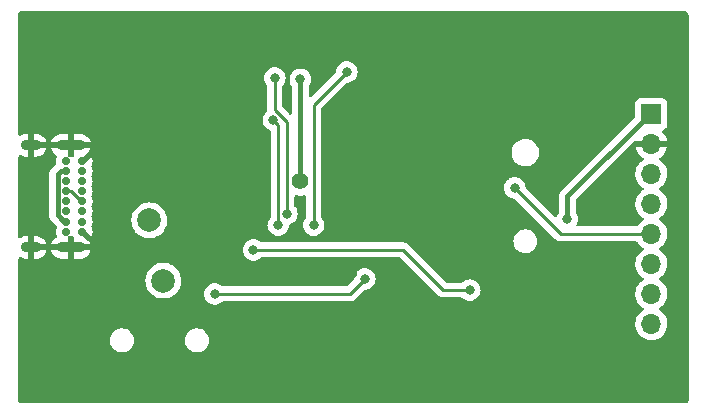
<source format=gbr>
%TF.GenerationSoftware,KiCad,Pcbnew,6.0.2+dfsg-1*%
%TF.CreationDate,2024-09-23T07:34:14+01:00*%
%TF.ProjectId,Circuit,43697263-7569-4742-9e6b-696361645f70,rev?*%
%TF.SameCoordinates,Original*%
%TF.FileFunction,Copper,L2,Bot*%
%TF.FilePolarity,Positive*%
%FSLAX46Y46*%
G04 Gerber Fmt 4.6, Leading zero omitted, Abs format (unit mm)*
G04 Created by KiCad (PCBNEW 6.0.2+dfsg-1) date 2024-09-23 07:34:14*
%MOMM*%
%LPD*%
G01*
G04 APERTURE LIST*
%TA.AperFunction,ComponentPad*%
%ADD10C,0.700000*%
%TD*%
%TA.AperFunction,ComponentPad*%
%ADD11O,2.400000X0.900000*%
%TD*%
%TA.AperFunction,ComponentPad*%
%ADD12O,1.700000X0.900000*%
%TD*%
%TA.AperFunction,ComponentPad*%
%ADD13C,2.010000*%
%TD*%
%TA.AperFunction,ComponentPad*%
%ADD14R,1.700000X1.700000*%
%TD*%
%TA.AperFunction,ComponentPad*%
%ADD15O,1.700000X1.700000*%
%TD*%
%TA.AperFunction,ViaPad*%
%ADD16C,0.800000*%
%TD*%
%TA.AperFunction,ViaPad*%
%ADD17C,1.400000*%
%TD*%
%TA.AperFunction,Conductor*%
%ADD18C,0.400000*%
%TD*%
%TA.AperFunction,Conductor*%
%ADD19C,0.250000*%
%TD*%
G04 APERTURE END LIST*
D10*
%TO.P,P1,A1,GND*%
%TO.N,LCD_GND*%
X76415000Y-68145000D03*
%TO.P,P1,A4,VBUS*%
%TO.N,+5V*%
X76415000Y-68995000D03*
%TO.P,P1,A5,CC1*%
%TO.N,Net-(P1-PadA5)*%
X76415000Y-69845000D03*
%TO.P,P1,A6,D+*%
%TO.N,Net-(P1-PadA6)*%
X76415000Y-70695000D03*
%TO.P,P1,A7,D-*%
%TO.N,Net-(P1-PadA7)*%
X76415000Y-71545000D03*
%TO.P,P1,A8,SBU1*%
%TO.N,unconnected-(P1-PadA8)*%
X76415000Y-72395000D03*
%TO.P,P1,A9,VBUS*%
%TO.N,+5V*%
X76415000Y-73245000D03*
%TO.P,P1,A12,GND*%
%TO.N,LCD_GND*%
X76415000Y-74095000D03*
%TO.P,P1,B1,GND*%
X75065000Y-74095000D03*
%TO.P,P1,B4,VBUS*%
%TO.N,+5V*%
X75065000Y-73245000D03*
%TO.P,P1,B5,CC2*%
%TO.N,Net-(P1-PadB5)*%
X75065000Y-72395000D03*
%TO.P,P1,B6,D+*%
%TO.N,Net-(P1-PadA6)*%
X75065000Y-71545000D03*
%TO.P,P1,B7,D-*%
%TO.N,Net-(P1-PadA7)*%
X75065000Y-70695000D03*
%TO.P,P1,B8,SBU2*%
%TO.N,unconnected-(P1-PadB8)*%
X75065000Y-69845000D03*
%TO.P,P1,B9,VBUS*%
%TO.N,+5V*%
X75065000Y-68995000D03*
%TO.P,P1,B12,GND*%
%TO.N,LCD_GND*%
X75065000Y-68145000D03*
D11*
%TO.P,P1,S1,SHIELD*%
X75435000Y-66795000D03*
X75435000Y-75445000D03*
D12*
X72055000Y-75445000D03*
X72055000Y-66795000D03*
%TD*%
D13*
%TO.P,F1,1*%
%TO.N,/3V3 UNFUSED*%
X82077000Y-73142000D03*
%TO.P,F1,2*%
%TO.N,LCD_VCC*%
X83277000Y-78242000D03*
%TD*%
D14*
%TO.P,J1,1,Pin_1*%
%TO.N,LCD_VCC*%
X124587000Y-64135000D03*
D15*
%TO.P,J1,2,Pin_2*%
%TO.N,LCD_GND*%
X124587000Y-66675000D03*
%TO.P,J1,3,Pin_3*%
%TO.N,SPI_CS*%
X124587000Y-69215000D03*
%TO.P,J1,4,Pin_4*%
%TO.N,LCD_RST*%
X124587000Y-71755000D03*
%TO.P,J1,5,Pin_5*%
%TO.N,SPI_DC*%
X124587000Y-74295000D03*
%TO.P,J1,6,Pin_6*%
%TO.N,SPI_MOSI*%
X124587000Y-76835000D03*
%TO.P,J1,7,Pin_7*%
%TO.N,SPI_SCK*%
X124587000Y-79375000D03*
%TO.P,J1,8,Pin_8*%
%TO.N,LCD_LED*%
X124587000Y-81915000D03*
%TD*%
D16*
%TO.N,+1V5*%
X109220000Y-79045000D03*
X90894511Y-75654511D03*
D17*
%TO.N,LCD_GND*%
X88900000Y-76200000D03*
D16*
X81661000Y-83312000D03*
X78740000Y-71120000D03*
X78740000Y-74930000D03*
D17*
X98970569Y-77559431D03*
D16*
X91000000Y-80400000D03*
%TO.N,LCD_VCC*%
X117475000Y-73025000D03*
X94869000Y-61214000D03*
D17*
X94869000Y-69850000D03*
D16*
%TO.N,OSC 32 A*%
X92583000Y-64643000D03*
X93001948Y-73545554D03*
%TO.N,OSC 32 B*%
X93726578Y-72593957D03*
X92710000Y-61087000D03*
%TO.N,SPI_DC*%
X113030000Y-70395500D03*
%TO.N,NRST*%
X100330000Y-78105000D03*
X87630000Y-79375000D03*
%TO.N,OSC 48M A*%
X95999446Y-73545554D03*
X98806000Y-60579000D03*
%TD*%
D18*
%TO.N,LCD_VCC*%
X94869000Y-61214000D02*
X94869000Y-69596000D01*
X94869000Y-69596000D02*
X94742000Y-69723000D01*
D19*
%TO.N,+1V5*%
X109220000Y-79045000D02*
X106985000Y-79045000D01*
X103594511Y-75654511D02*
X90894511Y-75654511D01*
X106985000Y-79045000D02*
X103594511Y-75654511D01*
D18*
%TO.N,+5V*%
X74829511Y-73245000D02*
X75065000Y-73245000D01*
X74315489Y-69249537D02*
X74315489Y-72730978D01*
X74315489Y-72730978D02*
X74829511Y-73245000D01*
X74570026Y-68995000D02*
X74315489Y-69249537D01*
X75065000Y-68995000D02*
X74570026Y-68995000D01*
D19*
%TO.N,Net-(P1-PadA7)*%
X75461096Y-70695000D02*
X76311096Y-71545000D01*
X75065000Y-70695000D02*
X75461096Y-70695000D01*
X76311096Y-71545000D02*
X76415000Y-71545000D01*
D18*
%TO.N,LCD_VCC*%
X117475000Y-73025000D02*
X117475000Y-71120000D01*
X117475000Y-71120000D02*
X124460000Y-64135000D01*
D19*
%TO.N,OSC 32 A*%
X93001948Y-65061948D02*
X92583000Y-64643000D01*
X93001948Y-73545554D02*
X93001948Y-65061948D01*
%TO.N,OSC 32 B*%
X93726578Y-64832674D02*
X93726578Y-72593957D01*
X92710000Y-63816096D02*
X93726578Y-64832674D01*
X92710000Y-61087000D02*
X92710000Y-63816096D01*
%TO.N,SPI_DC*%
X113030000Y-70395500D02*
X116929500Y-74295000D01*
X116929500Y-74295000D02*
X124460000Y-74295000D01*
%TO.N,NRST*%
X99060000Y-79375000D02*
X87630000Y-79375000D01*
X100330000Y-78105000D02*
X99060000Y-79375000D01*
%TO.N,OSC 48M A*%
X98806000Y-60579000D02*
X95999446Y-63385554D01*
X95999446Y-63385554D02*
X95999446Y-73545554D01*
%TD*%
%TA.AperFunction,Conductor*%
%TO.N,LCD_GND*%
G36*
X127494378Y-55455502D02*
G01*
X127506191Y-55464101D01*
X127586517Y-55530023D01*
X127603979Y-55547485D01*
X127712601Y-55679842D01*
X127726319Y-55700372D01*
X127747122Y-55739292D01*
X127762000Y-55798688D01*
X127762000Y-88346312D01*
X127747123Y-88405706D01*
X127726320Y-88444626D01*
X127712597Y-88465163D01*
X127654106Y-88536434D01*
X127595429Y-88576403D01*
X127556707Y-88582500D01*
X71119000Y-88582500D01*
X71050879Y-88562498D01*
X71004386Y-88508842D01*
X70993000Y-88456500D01*
X70993000Y-83304855D01*
X78732597Y-83304855D01*
X78750700Y-83503771D01*
X78752438Y-83509677D01*
X78752439Y-83509681D01*
X78794745Y-83653424D01*
X78807094Y-83695383D01*
X78899632Y-83872392D01*
X79024789Y-84028055D01*
X79177797Y-84156444D01*
X79183189Y-84159408D01*
X79183193Y-84159411D01*
X79329465Y-84239825D01*
X79352829Y-84252669D01*
X79358696Y-84254530D01*
X79358698Y-84254531D01*
X79375898Y-84259987D01*
X79543217Y-84313064D01*
X79698667Y-84330500D01*
X79806260Y-84330500D01*
X79954785Y-84315937D01*
X80145998Y-84258206D01*
X80234177Y-84211320D01*
X80316914Y-84167329D01*
X80316917Y-84167327D01*
X80322356Y-84164435D01*
X80327126Y-84160544D01*
X80327130Y-84160542D01*
X80472367Y-84042090D01*
X80472370Y-84042087D01*
X80477142Y-84038195D01*
X80489506Y-84023250D01*
X80600531Y-83889044D01*
X80600533Y-83889040D01*
X80604460Y-83884294D01*
X80699461Y-83708594D01*
X80758525Y-83517789D01*
X80779403Y-83319145D01*
X80778102Y-83304855D01*
X85082597Y-83304855D01*
X85100700Y-83503771D01*
X85102438Y-83509677D01*
X85102439Y-83509681D01*
X85144745Y-83653424D01*
X85157094Y-83695383D01*
X85249632Y-83872392D01*
X85374789Y-84028055D01*
X85527797Y-84156444D01*
X85533189Y-84159408D01*
X85533193Y-84159411D01*
X85679465Y-84239825D01*
X85702829Y-84252669D01*
X85708696Y-84254530D01*
X85708698Y-84254531D01*
X85725898Y-84259987D01*
X85893217Y-84313064D01*
X86048667Y-84330500D01*
X86156260Y-84330500D01*
X86304785Y-84315937D01*
X86495998Y-84258206D01*
X86584177Y-84211320D01*
X86666914Y-84167329D01*
X86666917Y-84167327D01*
X86672356Y-84164435D01*
X86677126Y-84160544D01*
X86677130Y-84160542D01*
X86822367Y-84042090D01*
X86822370Y-84042087D01*
X86827142Y-84038195D01*
X86839506Y-84023250D01*
X86950531Y-83889044D01*
X86950533Y-83889040D01*
X86954460Y-83884294D01*
X87049461Y-83708594D01*
X87108525Y-83517789D01*
X87129403Y-83319145D01*
X87111300Y-83120229D01*
X87108978Y-83112337D01*
X87056645Y-82934526D01*
X87054906Y-82928617D01*
X86962368Y-82751608D01*
X86837211Y-82595945D01*
X86684203Y-82467556D01*
X86678811Y-82464592D01*
X86678807Y-82464589D01*
X86514566Y-82374297D01*
X86514567Y-82374297D01*
X86509171Y-82371331D01*
X86503304Y-82369470D01*
X86503302Y-82369469D01*
X86413977Y-82341133D01*
X86318783Y-82310936D01*
X86163333Y-82293500D01*
X86055740Y-82293500D01*
X85907215Y-82308063D01*
X85716002Y-82365794D01*
X85629370Y-82411857D01*
X85545086Y-82456671D01*
X85545083Y-82456673D01*
X85539644Y-82459565D01*
X85534874Y-82463456D01*
X85534870Y-82463458D01*
X85389633Y-82581910D01*
X85389630Y-82581913D01*
X85384858Y-82585805D01*
X85380931Y-82590552D01*
X85380929Y-82590554D01*
X85261469Y-82734956D01*
X85261467Y-82734960D01*
X85257540Y-82739706D01*
X85162539Y-82915406D01*
X85103475Y-83106211D01*
X85102831Y-83112336D01*
X85102831Y-83112337D01*
X85085551Y-83276753D01*
X85082597Y-83304855D01*
X80778102Y-83304855D01*
X80761300Y-83120229D01*
X80758978Y-83112337D01*
X80706645Y-82934526D01*
X80704906Y-82928617D01*
X80612368Y-82751608D01*
X80487211Y-82595945D01*
X80334203Y-82467556D01*
X80328811Y-82464592D01*
X80328807Y-82464589D01*
X80164566Y-82374297D01*
X80164567Y-82374297D01*
X80159171Y-82371331D01*
X80153304Y-82369470D01*
X80153302Y-82369469D01*
X80063977Y-82341133D01*
X79968783Y-82310936D01*
X79813333Y-82293500D01*
X79705740Y-82293500D01*
X79557215Y-82308063D01*
X79366002Y-82365794D01*
X79279370Y-82411857D01*
X79195086Y-82456671D01*
X79195083Y-82456673D01*
X79189644Y-82459565D01*
X79184874Y-82463456D01*
X79184870Y-82463458D01*
X79039633Y-82581910D01*
X79039630Y-82581913D01*
X79034858Y-82585805D01*
X79030931Y-82590552D01*
X79030929Y-82590554D01*
X78911469Y-82734956D01*
X78911467Y-82734960D01*
X78907540Y-82739706D01*
X78812539Y-82915406D01*
X78753475Y-83106211D01*
X78752831Y-83112336D01*
X78752831Y-83112337D01*
X78735551Y-83276753D01*
X78732597Y-83304855D01*
X70993000Y-83304855D01*
X70993000Y-78242000D01*
X81758820Y-78242000D01*
X81777511Y-78479496D01*
X81778665Y-78484303D01*
X81778666Y-78484309D01*
X81801927Y-78581197D01*
X81833125Y-78711143D01*
X81835018Y-78715714D01*
X81835019Y-78715716D01*
X81913136Y-78904305D01*
X81924292Y-78931239D01*
X82048767Y-79134364D01*
X82203485Y-79315515D01*
X82384636Y-79470233D01*
X82587761Y-79594708D01*
X82592331Y-79596601D01*
X82592335Y-79596603D01*
X82799646Y-79682474D01*
X82807857Y-79685875D01*
X82860452Y-79698502D01*
X83034691Y-79740334D01*
X83034697Y-79740335D01*
X83039504Y-79741489D01*
X83277000Y-79760180D01*
X83514496Y-79741489D01*
X83519303Y-79740335D01*
X83519309Y-79740334D01*
X83693548Y-79698502D01*
X83746143Y-79685875D01*
X83754354Y-79682474D01*
X83961665Y-79596603D01*
X83961669Y-79596601D01*
X83966239Y-79594708D01*
X84169364Y-79470233D01*
X84280867Y-79375000D01*
X86716496Y-79375000D01*
X86717186Y-79381565D01*
X86732116Y-79523612D01*
X86736458Y-79564928D01*
X86795473Y-79746556D01*
X86798776Y-79752278D01*
X86798777Y-79752279D01*
X86819069Y-79787425D01*
X86890960Y-79911944D01*
X86895378Y-79916851D01*
X86895379Y-79916852D01*
X86977452Y-80008003D01*
X87018747Y-80053866D01*
X87173248Y-80166118D01*
X87179276Y-80168802D01*
X87179278Y-80168803D01*
X87204625Y-80180088D01*
X87347712Y-80243794D01*
X87434009Y-80262137D01*
X87528056Y-80282128D01*
X87528061Y-80282128D01*
X87534513Y-80283500D01*
X87725487Y-80283500D01*
X87731939Y-80282128D01*
X87731944Y-80282128D01*
X87825991Y-80262137D01*
X87912288Y-80243794D01*
X88055375Y-80180088D01*
X88080722Y-80168803D01*
X88080724Y-80168802D01*
X88086752Y-80166118D01*
X88241253Y-80053866D01*
X88245668Y-80048963D01*
X88250580Y-80044540D01*
X88251705Y-80045789D01*
X88305014Y-80012949D01*
X88338200Y-80008500D01*
X98981233Y-80008500D01*
X98992416Y-80009027D01*
X98999909Y-80010702D01*
X99007835Y-80010453D01*
X99007836Y-80010453D01*
X99067986Y-80008562D01*
X99071945Y-80008500D01*
X99099856Y-80008500D01*
X99103791Y-80008003D01*
X99103856Y-80007995D01*
X99115693Y-80007062D01*
X99147951Y-80006048D01*
X99151970Y-80005922D01*
X99159889Y-80005673D01*
X99179343Y-80000021D01*
X99198700Y-79996013D01*
X99210930Y-79994468D01*
X99210931Y-79994468D01*
X99218797Y-79993474D01*
X99226168Y-79990555D01*
X99226170Y-79990555D01*
X99259912Y-79977196D01*
X99271142Y-79973351D01*
X99305983Y-79963229D01*
X99305984Y-79963229D01*
X99313593Y-79961018D01*
X99320412Y-79956985D01*
X99320417Y-79956983D01*
X99331028Y-79950707D01*
X99348776Y-79942012D01*
X99367617Y-79934552D01*
X99403387Y-79908564D01*
X99413307Y-79902048D01*
X99444535Y-79883580D01*
X99444538Y-79883578D01*
X99451362Y-79879542D01*
X99465683Y-79865221D01*
X99480717Y-79852380D01*
X99490694Y-79845131D01*
X99497107Y-79840472D01*
X99525298Y-79806395D01*
X99533288Y-79797616D01*
X100280499Y-79050405D01*
X100342811Y-79016379D01*
X100369594Y-79013500D01*
X100425487Y-79013500D01*
X100431939Y-79012128D01*
X100431944Y-79012128D01*
X100518887Y-78993647D01*
X100612288Y-78973794D01*
X100686574Y-78940720D01*
X100780722Y-78898803D01*
X100780724Y-78898802D01*
X100786752Y-78896118D01*
X100941253Y-78783866D01*
X100945675Y-78778955D01*
X101064621Y-78646852D01*
X101064622Y-78646851D01*
X101069040Y-78641944D01*
X101143039Y-78513774D01*
X101161223Y-78482279D01*
X101161224Y-78482278D01*
X101164527Y-78476556D01*
X101223542Y-78294928D01*
X101229620Y-78237104D01*
X101242814Y-78111565D01*
X101243504Y-78105000D01*
X101223542Y-77915072D01*
X101164527Y-77733444D01*
X101069040Y-77568056D01*
X101055269Y-77552761D01*
X100945675Y-77431045D01*
X100945674Y-77431044D01*
X100941253Y-77426134D01*
X100818311Y-77336811D01*
X100792094Y-77317763D01*
X100792093Y-77317762D01*
X100786752Y-77313882D01*
X100780724Y-77311198D01*
X100780722Y-77311197D01*
X100618319Y-77238891D01*
X100618318Y-77238891D01*
X100612288Y-77236206D01*
X100518887Y-77216353D01*
X100431944Y-77197872D01*
X100431939Y-77197872D01*
X100425487Y-77196500D01*
X100234513Y-77196500D01*
X100228061Y-77197872D01*
X100228056Y-77197872D01*
X100141113Y-77216353D01*
X100047712Y-77236206D01*
X100041682Y-77238891D01*
X100041681Y-77238891D01*
X99879278Y-77311197D01*
X99879276Y-77311198D01*
X99873248Y-77313882D01*
X99867907Y-77317762D01*
X99867906Y-77317763D01*
X99841689Y-77336811D01*
X99718747Y-77426134D01*
X99714326Y-77431044D01*
X99714325Y-77431045D01*
X99604732Y-77552761D01*
X99590960Y-77568056D01*
X99495473Y-77733444D01*
X99436458Y-77915072D01*
X99424325Y-78030516D01*
X99419093Y-78080292D01*
X99392080Y-78145949D01*
X99382878Y-78156217D01*
X98834500Y-78704595D01*
X98772188Y-78738621D01*
X98745405Y-78741500D01*
X88338200Y-78741500D01*
X88270079Y-78721498D01*
X88250853Y-78705157D01*
X88250580Y-78705460D01*
X88245668Y-78701037D01*
X88241253Y-78696134D01*
X88202146Y-78667721D01*
X88092094Y-78587763D01*
X88092093Y-78587762D01*
X88086752Y-78583882D01*
X88080724Y-78581198D01*
X88080722Y-78581197D01*
X87918319Y-78508891D01*
X87918318Y-78508891D01*
X87912288Y-78506206D01*
X87818888Y-78486353D01*
X87731944Y-78467872D01*
X87731939Y-78467872D01*
X87725487Y-78466500D01*
X87534513Y-78466500D01*
X87528061Y-78467872D01*
X87528056Y-78467872D01*
X87441112Y-78486353D01*
X87347712Y-78506206D01*
X87341682Y-78508891D01*
X87341681Y-78508891D01*
X87179278Y-78581197D01*
X87179276Y-78581198D01*
X87173248Y-78583882D01*
X87018747Y-78696134D01*
X87014326Y-78701044D01*
X87014325Y-78701045D01*
X86936257Y-78787749D01*
X86890960Y-78838056D01*
X86795473Y-79003444D01*
X86736458Y-79185072D01*
X86716496Y-79375000D01*
X84280867Y-79375000D01*
X84350515Y-79315515D01*
X84505233Y-79134364D01*
X84629708Y-78931239D01*
X84640865Y-78904305D01*
X84718981Y-78715716D01*
X84718982Y-78715714D01*
X84720875Y-78711143D01*
X84752073Y-78581197D01*
X84775334Y-78484309D01*
X84775335Y-78484303D01*
X84776489Y-78479496D01*
X84795180Y-78242000D01*
X84776489Y-78004504D01*
X84775335Y-77999697D01*
X84775334Y-77999691D01*
X84722030Y-77777669D01*
X84720875Y-77772857D01*
X84696617Y-77714292D01*
X84631603Y-77557335D01*
X84631601Y-77557331D01*
X84629708Y-77552761D01*
X84505233Y-77349636D01*
X84350515Y-77168485D01*
X84169364Y-77013767D01*
X83966239Y-76889292D01*
X83961669Y-76887399D01*
X83961665Y-76887397D01*
X83750716Y-76800019D01*
X83750714Y-76800018D01*
X83746143Y-76798125D01*
X83664584Y-76778544D01*
X83519309Y-76743666D01*
X83519303Y-76743665D01*
X83514496Y-76742511D01*
X83277000Y-76723820D01*
X83039504Y-76742511D01*
X83034697Y-76743665D01*
X83034691Y-76743666D01*
X82889416Y-76778544D01*
X82807857Y-76798125D01*
X82803286Y-76800018D01*
X82803284Y-76800019D01*
X82592335Y-76887397D01*
X82592331Y-76887399D01*
X82587761Y-76889292D01*
X82384636Y-77013767D01*
X82203485Y-77168485D01*
X82048767Y-77349636D01*
X81924292Y-77552761D01*
X81922399Y-77557331D01*
X81922397Y-77557335D01*
X81857383Y-77714292D01*
X81833125Y-77772857D01*
X81831970Y-77777669D01*
X81778666Y-77999691D01*
X81778665Y-77999697D01*
X81777511Y-78004504D01*
X81758820Y-78242000D01*
X70993000Y-78242000D01*
X70993000Y-76392166D01*
X71013002Y-76324045D01*
X71066658Y-76277552D01*
X71136932Y-76267448D01*
X71180475Y-76282180D01*
X71191083Y-76288109D01*
X71357980Y-76360332D01*
X71370083Y-76364171D01*
X71549600Y-76401675D01*
X71559152Y-76402915D01*
X71562384Y-76403000D01*
X71782885Y-76403000D01*
X71798124Y-76398525D01*
X71799329Y-76397135D01*
X71801000Y-76389452D01*
X71801000Y-76384885D01*
X72309000Y-76384885D01*
X72313475Y-76400124D01*
X72314865Y-76401329D01*
X72322548Y-76403000D01*
X72500447Y-76403000D01*
X72506822Y-76402677D01*
X72642277Y-76388918D01*
X72654717Y-76386364D01*
X72828244Y-76331984D01*
X72839932Y-76326975D01*
X72998979Y-76238813D01*
X73009412Y-76231562D01*
X73147491Y-76113215D01*
X73156244Y-76104024D01*
X73267711Y-75960320D01*
X73274435Y-75949560D01*
X73354732Y-75786375D01*
X73359155Y-75774481D01*
X73374251Y-75716530D01*
X73374021Y-75709075D01*
X73761363Y-75709075D01*
X73817310Y-75861136D01*
X73822877Y-75872549D01*
X73918708Y-76027108D01*
X73926460Y-76037174D01*
X74051408Y-76169303D01*
X74061026Y-76177605D01*
X74209987Y-76281908D01*
X74221081Y-76288108D01*
X74387980Y-76360332D01*
X74400083Y-76364171D01*
X74579600Y-76401675D01*
X74589152Y-76402915D01*
X74592384Y-76403000D01*
X75162885Y-76403000D01*
X75178124Y-76398525D01*
X75179329Y-76397135D01*
X75181000Y-76389452D01*
X75181000Y-76384885D01*
X75689000Y-76384885D01*
X75693475Y-76400124D01*
X75694865Y-76401329D01*
X75702548Y-76403000D01*
X76230447Y-76403000D01*
X76236822Y-76402677D01*
X76372277Y-76388918D01*
X76384717Y-76386364D01*
X76558244Y-76331984D01*
X76569932Y-76326975D01*
X76728979Y-76238813D01*
X76739412Y-76231562D01*
X76877491Y-76113215D01*
X76886244Y-76104024D01*
X76997711Y-75960320D01*
X77004435Y-75949560D01*
X77084732Y-75786375D01*
X77089155Y-75774481D01*
X77104251Y-75716530D01*
X77103817Y-75702436D01*
X77095636Y-75699000D01*
X75707115Y-75699000D01*
X75691876Y-75703475D01*
X75690671Y-75704865D01*
X75689000Y-75712548D01*
X75689000Y-76384885D01*
X75181000Y-76384885D01*
X75181000Y-75717115D01*
X75176525Y-75701876D01*
X75175135Y-75700671D01*
X75167452Y-75699000D01*
X73775771Y-75699000D01*
X73762240Y-75702973D01*
X73761363Y-75709075D01*
X73374021Y-75709075D01*
X73373817Y-75702436D01*
X73365636Y-75699000D01*
X72327115Y-75699000D01*
X72311876Y-75703475D01*
X72310671Y-75704865D01*
X72309000Y-75712548D01*
X72309000Y-76384885D01*
X71801000Y-76384885D01*
X71801000Y-75654511D01*
X89981007Y-75654511D01*
X89981697Y-75661076D01*
X89997942Y-75815635D01*
X90000969Y-75844439D01*
X90059984Y-76026067D01*
X90063287Y-76031789D01*
X90063288Y-76031790D01*
X90097197Y-76090521D01*
X90155471Y-76191455D01*
X90159889Y-76196362D01*
X90159890Y-76196363D01*
X90278836Y-76328466D01*
X90283258Y-76333377D01*
X90437759Y-76445629D01*
X90443787Y-76448313D01*
X90443789Y-76448314D01*
X90606192Y-76520620D01*
X90612223Y-76523305D01*
X90705624Y-76543158D01*
X90792567Y-76561639D01*
X90792572Y-76561639D01*
X90799024Y-76563011D01*
X90989998Y-76563011D01*
X90996450Y-76561639D01*
X90996455Y-76561639D01*
X91083398Y-76543158D01*
X91176799Y-76523305D01*
X91182830Y-76520620D01*
X91345233Y-76448314D01*
X91345235Y-76448313D01*
X91351263Y-76445629D01*
X91412237Y-76401329D01*
X91484182Y-76349057D01*
X91505764Y-76333377D01*
X91510179Y-76328474D01*
X91515091Y-76324051D01*
X91516216Y-76325300D01*
X91569525Y-76292460D01*
X91602711Y-76288011D01*
X103279917Y-76288011D01*
X103348038Y-76308013D01*
X103369012Y-76324916D01*
X106481343Y-79437247D01*
X106488887Y-79445537D01*
X106493000Y-79452018D01*
X106498777Y-79457443D01*
X106542667Y-79498658D01*
X106545509Y-79501413D01*
X106565231Y-79521135D01*
X106568355Y-79523558D01*
X106568359Y-79523562D01*
X106568424Y-79523612D01*
X106577445Y-79531317D01*
X106609679Y-79561586D01*
X106616627Y-79565405D01*
X106616629Y-79565407D01*
X106627432Y-79571346D01*
X106643959Y-79582202D01*
X106653698Y-79589757D01*
X106653700Y-79589758D01*
X106659960Y-79594614D01*
X106700540Y-79612174D01*
X106711188Y-79617391D01*
X106749940Y-79638695D01*
X106757616Y-79640666D01*
X106757619Y-79640667D01*
X106769562Y-79643733D01*
X106788267Y-79650137D01*
X106806855Y-79658181D01*
X106814678Y-79659420D01*
X106814688Y-79659423D01*
X106850524Y-79665099D01*
X106862144Y-79667505D01*
X106897289Y-79676528D01*
X106904970Y-79678500D01*
X106925224Y-79678500D01*
X106944934Y-79680051D01*
X106964943Y-79683220D01*
X106972835Y-79682474D01*
X107008961Y-79679059D01*
X107020819Y-79678500D01*
X108511800Y-79678500D01*
X108579921Y-79698502D01*
X108599147Y-79714843D01*
X108599420Y-79714540D01*
X108604332Y-79718963D01*
X108608747Y-79723866D01*
X108630329Y-79739546D01*
X108716051Y-79801827D01*
X108763248Y-79836118D01*
X108769276Y-79838802D01*
X108769278Y-79838803D01*
X108911330Y-79902048D01*
X108937712Y-79913794D01*
X109031113Y-79933647D01*
X109118056Y-79952128D01*
X109118061Y-79952128D01*
X109124513Y-79953500D01*
X109315487Y-79953500D01*
X109321939Y-79952128D01*
X109321944Y-79952128D01*
X109408887Y-79933647D01*
X109502288Y-79913794D01*
X109528670Y-79902048D01*
X109670722Y-79838803D01*
X109670724Y-79838802D01*
X109676752Y-79836118D01*
X109831253Y-79723866D01*
X109867851Y-79683220D01*
X109954621Y-79586852D01*
X109954622Y-79586851D01*
X109959040Y-79581944D01*
X110034053Y-79452018D01*
X110051223Y-79422279D01*
X110051224Y-79422278D01*
X110054527Y-79416556D01*
X110113542Y-79234928D01*
X110123717Y-79138123D01*
X110132814Y-79051565D01*
X110133504Y-79045000D01*
X110122544Y-78940720D01*
X110114232Y-78861635D01*
X110114232Y-78861633D01*
X110113542Y-78855072D01*
X110054527Y-78673444D01*
X110036341Y-78641944D01*
X110001268Y-78581197D01*
X109959040Y-78508056D01*
X109933325Y-78479496D01*
X109835675Y-78371045D01*
X109835674Y-78371044D01*
X109831253Y-78366134D01*
X109676752Y-78253882D01*
X109670724Y-78251198D01*
X109670722Y-78251197D01*
X109508319Y-78178891D01*
X109508318Y-78178891D01*
X109502288Y-78176206D01*
X109408248Y-78156217D01*
X109321944Y-78137872D01*
X109321939Y-78137872D01*
X109315487Y-78136500D01*
X109124513Y-78136500D01*
X109118061Y-78137872D01*
X109118056Y-78137872D01*
X109031752Y-78156217D01*
X108937712Y-78176206D01*
X108931682Y-78178891D01*
X108931681Y-78178891D01*
X108769278Y-78251197D01*
X108769276Y-78251198D01*
X108763248Y-78253882D01*
X108608747Y-78366134D01*
X108604332Y-78371037D01*
X108599420Y-78375460D01*
X108598295Y-78374211D01*
X108544986Y-78407051D01*
X108511800Y-78411500D01*
X107299594Y-78411500D01*
X107231473Y-78391498D01*
X107210499Y-78374595D01*
X105667551Y-76831646D01*
X104098163Y-75262258D01*
X104090623Y-75253972D01*
X104086511Y-75247493D01*
X104036859Y-75200867D01*
X104034018Y-75198113D01*
X104014281Y-75178376D01*
X104011084Y-75175896D01*
X104002062Y-75168191D01*
X103975611Y-75143352D01*
X103969832Y-75137925D01*
X103962886Y-75134106D01*
X103962883Y-75134104D01*
X103952077Y-75128163D01*
X103935558Y-75117312D01*
X103929559Y-75112659D01*
X103919552Y-75104897D01*
X103912283Y-75101752D01*
X103912279Y-75101749D01*
X103878974Y-75087337D01*
X103868324Y-75082120D01*
X103829571Y-75060816D01*
X103809948Y-75055778D01*
X103791245Y-75049374D01*
X103779931Y-75044478D01*
X103779930Y-75044478D01*
X103772656Y-75041330D01*
X103764833Y-75040091D01*
X103764823Y-75040088D01*
X103728987Y-75034412D01*
X103717367Y-75032006D01*
X103682222Y-75022983D01*
X103682221Y-75022983D01*
X103674541Y-75021011D01*
X103654287Y-75021011D01*
X103634576Y-75019460D01*
X103622397Y-75017531D01*
X103614568Y-75016291D01*
X103606676Y-75017037D01*
X103570550Y-75020452D01*
X103558692Y-75021011D01*
X91602711Y-75021011D01*
X91534590Y-75001009D01*
X91515364Y-74984668D01*
X91515091Y-74984971D01*
X91510179Y-74980548D01*
X91505764Y-74975645D01*
X91447349Y-74933204D01*
X91419438Y-74912925D01*
X112905645Y-74912925D01*
X112907113Y-74929059D01*
X112922278Y-75095688D01*
X112923570Y-75109888D01*
X112925308Y-75115794D01*
X112925309Y-75115798D01*
X112942111Y-75172885D01*
X112979410Y-75299619D01*
X112982263Y-75305077D01*
X112982265Y-75305081D01*
X112996615Y-75332529D01*
X113071040Y-75474890D01*
X113194968Y-75629025D01*
X113199692Y-75632989D01*
X113206933Y-75639065D01*
X113346474Y-75756154D01*
X113351872Y-75759121D01*
X113351877Y-75759125D01*
X113489619Y-75834848D01*
X113519787Y-75851433D01*
X113525654Y-75853294D01*
X113525656Y-75853295D01*
X113702436Y-75909373D01*
X113708306Y-75911235D01*
X113862227Y-75928500D01*
X113968769Y-75928500D01*
X113971825Y-75928200D01*
X113971832Y-75928200D01*
X114030340Y-75922463D01*
X114115833Y-75914080D01*
X114121734Y-75912298D01*
X114121736Y-75912298D01*
X114195053Y-75890162D01*
X114305169Y-75856916D01*
X114479796Y-75764066D01*
X114586798Y-75676797D01*
X114628287Y-75642960D01*
X114628290Y-75642957D01*
X114633062Y-75639065D01*
X114683284Y-75578357D01*
X114755201Y-75491425D01*
X114755203Y-75491421D01*
X114759130Y-75486675D01*
X114853198Y-75312701D01*
X114911682Y-75123768D01*
X114913155Y-75109753D01*
X114931711Y-74933204D01*
X114931711Y-74933202D01*
X114932355Y-74927075D01*
X114923721Y-74832199D01*
X114914989Y-74736251D01*
X114914988Y-74736248D01*
X114914430Y-74730112D01*
X114907759Y-74707443D01*
X114876693Y-74601892D01*
X114858590Y-74540381D01*
X114852990Y-74529668D01*
X114769813Y-74370568D01*
X114766960Y-74365110D01*
X114643032Y-74210975D01*
X114636727Y-74205684D01*
X114612634Y-74185468D01*
X114491526Y-74083846D01*
X114486128Y-74080879D01*
X114486123Y-74080875D01*
X114323608Y-73991533D01*
X114323609Y-73991533D01*
X114318213Y-73988567D01*
X114312346Y-73986706D01*
X114312344Y-73986705D01*
X114135564Y-73930627D01*
X114135563Y-73930627D01*
X114129694Y-73928765D01*
X113975773Y-73911500D01*
X113869231Y-73911500D01*
X113866175Y-73911800D01*
X113866168Y-73911800D01*
X113812017Y-73917110D01*
X113722167Y-73925920D01*
X113716266Y-73927702D01*
X113716264Y-73927702D01*
X113642947Y-73949838D01*
X113532831Y-73983084D01*
X113358204Y-74075934D01*
X113293590Y-74128632D01*
X113209713Y-74197040D01*
X113209710Y-74197043D01*
X113204938Y-74200935D01*
X113201011Y-74205682D01*
X113201009Y-74205684D01*
X113082799Y-74348575D01*
X113082797Y-74348579D01*
X113078870Y-74353325D01*
X112984802Y-74527299D01*
X112926318Y-74716232D01*
X112925674Y-74722357D01*
X112925674Y-74722358D01*
X112908192Y-74888695D01*
X112905645Y-74912925D01*
X91419438Y-74912925D01*
X91356605Y-74867274D01*
X91356604Y-74867273D01*
X91351263Y-74863393D01*
X91345235Y-74860709D01*
X91345233Y-74860708D01*
X91182830Y-74788402D01*
X91182829Y-74788402D01*
X91176799Y-74785717D01*
X91083398Y-74765864D01*
X90996455Y-74747383D01*
X90996450Y-74747383D01*
X90989998Y-74746011D01*
X90799024Y-74746011D01*
X90792572Y-74747383D01*
X90792567Y-74747383D01*
X90705624Y-74765864D01*
X90612223Y-74785717D01*
X90606193Y-74788402D01*
X90606192Y-74788402D01*
X90443789Y-74860708D01*
X90443787Y-74860709D01*
X90437759Y-74863393D01*
X90283258Y-74975645D01*
X90278837Y-74980555D01*
X90278836Y-74980556D01*
X90169714Y-75101749D01*
X90155471Y-75117567D01*
X90059984Y-75282955D01*
X90000969Y-75464583D01*
X90000279Y-75471144D01*
X90000279Y-75471146D01*
X89989011Y-75578357D01*
X89981007Y-75654511D01*
X71801000Y-75654511D01*
X71801000Y-75172885D01*
X72309000Y-75172885D01*
X72313475Y-75188124D01*
X72314865Y-75189329D01*
X72322548Y-75191000D01*
X73364229Y-75191000D01*
X73377760Y-75187027D01*
X73378637Y-75180925D01*
X73322690Y-75028864D01*
X73317123Y-75017451D01*
X73221292Y-74862892D01*
X73213540Y-74852826D01*
X73088592Y-74720697D01*
X73078974Y-74712395D01*
X72930013Y-74608092D01*
X72918919Y-74601892D01*
X72752020Y-74529668D01*
X72739917Y-74525829D01*
X72560400Y-74488325D01*
X72550848Y-74487085D01*
X72547616Y-74487000D01*
X72327115Y-74487000D01*
X72311876Y-74491475D01*
X72310671Y-74492865D01*
X72309000Y-74500548D01*
X72309000Y-75172885D01*
X71801000Y-75172885D01*
X71801000Y-74505115D01*
X71796525Y-74489876D01*
X71795135Y-74488671D01*
X71787452Y-74487000D01*
X71609553Y-74487000D01*
X71603178Y-74487323D01*
X71467723Y-74501082D01*
X71455283Y-74503636D01*
X71281756Y-74558016D01*
X71270068Y-74563025D01*
X71180086Y-74612903D01*
X71110809Y-74628434D01*
X71044133Y-74604046D01*
X71001226Y-74547482D01*
X70993000Y-74502701D01*
X70993000Y-72768330D01*
X73602764Y-72768330D01*
X73604069Y-72775807D01*
X73604069Y-72775808D01*
X73613750Y-72831277D01*
X73614712Y-72837799D01*
X73622387Y-72901220D01*
X73625070Y-72908321D01*
X73625711Y-72910930D01*
X73630174Y-72927240D01*
X73630939Y-72929776D01*
X73632246Y-72937262D01*
X73644648Y-72965513D01*
X73657931Y-72995773D01*
X73660422Y-73001877D01*
X73683002Y-73061634D01*
X73687306Y-73067897D01*
X73688543Y-73070263D01*
X73696788Y-73085075D01*
X73698121Y-73087329D01*
X73701174Y-73094283D01*
X73737790Y-73142000D01*
X73740068Y-73144969D01*
X73743948Y-73150310D01*
X73775828Y-73196698D01*
X73775833Y-73196703D01*
X73780132Y-73202959D01*
X73785802Y-73208010D01*
X73785803Y-73208012D01*
X73826659Y-73244413D01*
X73831935Y-73249394D01*
X74234471Y-73651930D01*
X74268497Y-73714242D01*
X74265209Y-73779962D01*
X74223167Y-73909353D01*
X74220437Y-73922193D01*
X74202964Y-74088435D01*
X74202964Y-74101565D01*
X74220437Y-74267807D01*
X74223167Y-74280650D01*
X74274819Y-74439617D01*
X74276924Y-74444345D01*
X74286359Y-74514712D01*
X74256254Y-74579010D01*
X74222904Y-74605798D01*
X74141021Y-74651187D01*
X74130588Y-74658438D01*
X73992509Y-74776785D01*
X73983756Y-74785976D01*
X73872289Y-74929680D01*
X73865565Y-74940440D01*
X73785268Y-75103625D01*
X73780845Y-75115519D01*
X73765749Y-75173470D01*
X73766183Y-75187564D01*
X73774364Y-75191000D01*
X75162885Y-75191000D01*
X75178124Y-75186525D01*
X75179329Y-75185135D01*
X75181000Y-75177452D01*
X75181000Y-74573000D01*
X75201002Y-74504879D01*
X75254658Y-74458386D01*
X75307000Y-74447000D01*
X75563000Y-74447000D01*
X75631121Y-74467002D01*
X75677614Y-74520658D01*
X75689000Y-74573000D01*
X75689000Y-75172885D01*
X75693475Y-75188124D01*
X75694865Y-75189329D01*
X75702548Y-75191000D01*
X77094229Y-75191000D01*
X77107760Y-75187027D01*
X77108637Y-75180925D01*
X77052690Y-75028864D01*
X77047123Y-75017451D01*
X76951292Y-74862891D01*
X76946509Y-74856681D01*
X76934292Y-74849560D01*
X76919947Y-74850184D01*
X76874172Y-74862935D01*
X76806336Y-74841986D01*
X76786832Y-74826042D01*
X76279385Y-74318595D01*
X76245359Y-74256283D01*
X76250424Y-74185468D01*
X76292971Y-74128632D01*
X76359491Y-74103821D01*
X76368480Y-74103500D01*
X76505232Y-74103500D01*
X76511685Y-74102128D01*
X76511689Y-74102128D01*
X76667153Y-74069083D01*
X76737944Y-74074485D01*
X76782445Y-74103235D01*
X77161767Y-74482557D01*
X77174147Y-74489317D01*
X77181062Y-74484141D01*
X77199835Y-74451625D01*
X77205181Y-74439617D01*
X77256833Y-74280650D01*
X77259563Y-74267807D01*
X77277036Y-74101565D01*
X77277036Y-74088435D01*
X77259563Y-73922193D01*
X77256833Y-73909350D01*
X77205181Y-73750383D01*
X77199835Y-73738375D01*
X77197019Y-73733497D01*
X77180283Y-73664502D01*
X77197022Y-73607498D01*
X77200296Y-73601828D01*
X77203599Y-73596107D01*
X77243761Y-73472500D01*
X77257325Y-73430754D01*
X77257325Y-73430753D01*
X77259365Y-73424475D01*
X77262300Y-73396556D01*
X77277539Y-73251565D01*
X77278229Y-73245000D01*
X77268991Y-73157104D01*
X77267403Y-73142000D01*
X80558820Y-73142000D01*
X80577511Y-73379496D01*
X80578665Y-73384303D01*
X80578666Y-73384309D01*
X80610659Y-73517568D01*
X80633125Y-73611143D01*
X80635018Y-73615714D01*
X80635019Y-73615716D01*
X80717160Y-73814020D01*
X80724292Y-73831239D01*
X80848767Y-74034364D01*
X80906643Y-74102128D01*
X80995089Y-74205684D01*
X81003485Y-74215515D01*
X81184636Y-74370233D01*
X81387761Y-74494708D01*
X81392331Y-74496601D01*
X81392335Y-74496603D01*
X81603284Y-74583981D01*
X81607857Y-74585875D01*
X81674572Y-74601892D01*
X81834691Y-74640334D01*
X81834697Y-74640335D01*
X81839504Y-74641489D01*
X82077000Y-74660180D01*
X82314496Y-74641489D01*
X82319303Y-74640335D01*
X82319309Y-74640334D01*
X82479428Y-74601892D01*
X82546143Y-74585875D01*
X82550716Y-74583981D01*
X82761665Y-74496603D01*
X82761669Y-74496601D01*
X82766239Y-74494708D01*
X82969364Y-74370233D01*
X83150515Y-74215515D01*
X83158912Y-74205684D01*
X83247357Y-74102128D01*
X83305233Y-74034364D01*
X83429708Y-73831239D01*
X83436841Y-73814020D01*
X83518981Y-73615716D01*
X83518982Y-73615714D01*
X83520875Y-73611143D01*
X83543341Y-73517568D01*
X83575334Y-73384309D01*
X83575335Y-73384303D01*
X83576489Y-73379496D01*
X83595180Y-73142000D01*
X83576489Y-72904504D01*
X83575335Y-72899697D01*
X83575334Y-72899691D01*
X83528917Y-72706353D01*
X83520875Y-72672857D01*
X83512834Y-72653444D01*
X83431603Y-72457335D01*
X83431601Y-72457331D01*
X83429708Y-72452761D01*
X83305233Y-72249636D01*
X83150515Y-72068485D01*
X82969364Y-71913767D01*
X82766239Y-71789292D01*
X82761669Y-71787399D01*
X82761665Y-71787397D01*
X82550716Y-71700019D01*
X82550714Y-71700018D01*
X82546143Y-71698125D01*
X82464584Y-71678544D01*
X82319309Y-71643666D01*
X82319303Y-71643665D01*
X82314496Y-71642511D01*
X82077000Y-71623820D01*
X81839504Y-71642511D01*
X81834697Y-71643665D01*
X81834691Y-71643666D01*
X81689416Y-71678544D01*
X81607857Y-71698125D01*
X81603286Y-71700018D01*
X81603284Y-71700019D01*
X81392335Y-71787397D01*
X81392331Y-71787399D01*
X81387761Y-71789292D01*
X81184636Y-71913767D01*
X81003485Y-72068485D01*
X80848767Y-72249636D01*
X80724292Y-72452761D01*
X80722399Y-72457331D01*
X80722397Y-72457335D01*
X80641166Y-72653444D01*
X80633125Y-72672857D01*
X80625083Y-72706353D01*
X80578666Y-72899691D01*
X80578665Y-72899697D01*
X80577511Y-72904504D01*
X80558820Y-73142000D01*
X77267403Y-73142000D01*
X77260055Y-73072089D01*
X77260055Y-73072088D01*
X77259365Y-73065525D01*
X77248410Y-73031807D01*
X77205641Y-72900178D01*
X77203599Y-72893893D01*
X77197309Y-72882998D01*
X77180572Y-72814004D01*
X77197309Y-72757001D01*
X77203599Y-72746107D01*
X77238566Y-72638489D01*
X77257325Y-72580754D01*
X77257325Y-72580753D01*
X77259365Y-72574475D01*
X77272602Y-72448541D01*
X77277539Y-72401565D01*
X77278229Y-72395000D01*
X77259365Y-72215525D01*
X77242182Y-72162639D01*
X77205641Y-72050178D01*
X77203599Y-72043893D01*
X77197309Y-72032998D01*
X77180572Y-71964004D01*
X77197309Y-71907001D01*
X77203599Y-71896107D01*
X77259365Y-71724475D01*
X77261936Y-71700019D01*
X77277539Y-71551565D01*
X77278229Y-71545000D01*
X77259365Y-71365525D01*
X77203599Y-71193893D01*
X77197309Y-71182998D01*
X77180572Y-71114004D01*
X77197309Y-71057001D01*
X77203599Y-71046107D01*
X77242941Y-70925023D01*
X77257325Y-70880754D01*
X77257325Y-70880753D01*
X77259365Y-70874475D01*
X77262750Y-70842275D01*
X77277539Y-70701565D01*
X77278229Y-70695000D01*
X77273358Y-70648653D01*
X77260055Y-70522089D01*
X77260055Y-70522088D01*
X77259365Y-70515525D01*
X77203599Y-70343893D01*
X77197309Y-70332998D01*
X77180572Y-70264004D01*
X77197309Y-70207001D01*
X77198134Y-70205572D01*
X77203599Y-70196107D01*
X77259365Y-70024475D01*
X77260289Y-70015689D01*
X77277539Y-69851565D01*
X77278229Y-69845000D01*
X77265243Y-69721453D01*
X77260055Y-69672089D01*
X77260055Y-69672088D01*
X77259365Y-69665525D01*
X77203599Y-69493893D01*
X77197309Y-69482998D01*
X77180572Y-69414004D01*
X77197309Y-69357001D01*
X77203599Y-69346107D01*
X77229325Y-69266929D01*
X77257325Y-69180754D01*
X77257325Y-69180753D01*
X77259365Y-69174475D01*
X77278229Y-68995000D01*
X77259365Y-68815525D01*
X77237847Y-68749297D01*
X77205641Y-68650178D01*
X77203599Y-68643893D01*
X77197022Y-68632501D01*
X77180283Y-68563507D01*
X77197019Y-68506503D01*
X77199835Y-68501625D01*
X77205181Y-68489617D01*
X77256833Y-68330650D01*
X77259563Y-68317807D01*
X77277036Y-68151565D01*
X77277036Y-68138435D01*
X77259563Y-67972193D01*
X77256833Y-67959350D01*
X77205181Y-67800383D01*
X77199835Y-67788375D01*
X77183637Y-67760320D01*
X77173431Y-67750589D01*
X77165410Y-67753800D01*
X76782445Y-68136765D01*
X76720133Y-68170791D01*
X76667153Y-68170917D01*
X76666561Y-68170791D01*
X76645812Y-68166381D01*
X76511689Y-68137872D01*
X76511685Y-68137872D01*
X76505232Y-68136500D01*
X76368480Y-68136500D01*
X76300359Y-68116498D01*
X76253866Y-68062842D01*
X76243762Y-67992568D01*
X76273256Y-67927988D01*
X76279385Y-67921405D01*
X76788963Y-67411827D01*
X76851275Y-67377801D01*
X76922090Y-67382866D01*
X76932800Y-67387757D01*
X76944077Y-67379465D01*
X76997711Y-67310320D01*
X77004435Y-67299560D01*
X77084732Y-67136375D01*
X77089155Y-67124481D01*
X77104251Y-67066530D01*
X77103817Y-67052436D01*
X77095636Y-67049000D01*
X75707115Y-67049000D01*
X75691876Y-67053475D01*
X75690671Y-67054865D01*
X75689000Y-67062548D01*
X75689000Y-67667000D01*
X75668998Y-67735121D01*
X75615342Y-67781614D01*
X75563000Y-67793000D01*
X75307000Y-67793000D01*
X75238879Y-67772998D01*
X75192386Y-67719342D01*
X75181000Y-67667000D01*
X75181000Y-67067115D01*
X75176525Y-67051876D01*
X75175135Y-67050671D01*
X75167452Y-67049000D01*
X73775771Y-67049000D01*
X73762240Y-67052973D01*
X73761363Y-67059075D01*
X73817310Y-67211136D01*
X73822877Y-67222549D01*
X73918708Y-67377108D01*
X73926460Y-67387174D01*
X74051408Y-67519303D01*
X74061026Y-67527605D01*
X74209983Y-67631905D01*
X74221530Y-67638358D01*
X74271237Y-67689051D01*
X74285647Y-67758569D01*
X74276594Y-67794011D01*
X74276861Y-67794098D01*
X74275511Y-67798252D01*
X74275167Y-67799600D01*
X74274820Y-67800379D01*
X74223167Y-67959350D01*
X74220437Y-67972193D01*
X74202964Y-68138435D01*
X74202964Y-68151565D01*
X74218153Y-68296075D01*
X74205381Y-68365913D01*
X74169548Y-68409208D01*
X74156001Y-68419603D01*
X74150688Y-68423462D01*
X74098045Y-68459643D01*
X74092993Y-68465313D01*
X74092991Y-68465315D01*
X74056604Y-68506155D01*
X74051623Y-68511431D01*
X73834951Y-68728103D01*
X73828701Y-68733943D01*
X73785104Y-68771976D01*
X73780737Y-68778190D01*
X73748361Y-68824256D01*
X73744428Y-68829551D01*
X73705013Y-68879819D01*
X73701890Y-68886735D01*
X73700506Y-68889021D01*
X73692132Y-68903702D01*
X73690867Y-68906062D01*
X73686499Y-68912276D01*
X73683739Y-68919355D01*
X73683738Y-68919357D01*
X73663287Y-68971812D01*
X73660736Y-68977881D01*
X73634444Y-69036110D01*
X73633060Y-69043577D01*
X73632259Y-69046132D01*
X73627630Y-69062385D01*
X73626967Y-69064965D01*
X73624207Y-69072046D01*
X73623216Y-69079577D01*
X73623215Y-69079579D01*
X73615868Y-69135389D01*
X73614837Y-69141896D01*
X73603193Y-69204723D01*
X73603630Y-69212303D01*
X73603630Y-69212304D01*
X73606780Y-69266929D01*
X73606989Y-69274183D01*
X73606989Y-72702066D01*
X73606697Y-72710636D01*
X73602764Y-72768330D01*
X70993000Y-72768330D01*
X70993000Y-67742166D01*
X71013002Y-67674045D01*
X71066658Y-67627552D01*
X71136932Y-67617448D01*
X71180475Y-67632180D01*
X71191083Y-67638109D01*
X71357980Y-67710332D01*
X71370083Y-67714171D01*
X71549600Y-67751675D01*
X71559152Y-67752915D01*
X71562384Y-67753000D01*
X71782885Y-67753000D01*
X71798124Y-67748525D01*
X71799329Y-67747135D01*
X71801000Y-67739452D01*
X71801000Y-67734885D01*
X72309000Y-67734885D01*
X72313475Y-67750124D01*
X72314865Y-67751329D01*
X72322548Y-67753000D01*
X72500447Y-67753000D01*
X72506822Y-67752677D01*
X72642277Y-67738918D01*
X72654717Y-67736364D01*
X72828244Y-67681984D01*
X72839932Y-67676975D01*
X72998979Y-67588813D01*
X73009412Y-67581562D01*
X73147491Y-67463215D01*
X73156244Y-67454024D01*
X73267711Y-67310320D01*
X73274435Y-67299560D01*
X73354732Y-67136375D01*
X73359155Y-67124481D01*
X73374251Y-67066530D01*
X73373817Y-67052436D01*
X73365636Y-67049000D01*
X72327115Y-67049000D01*
X72311876Y-67053475D01*
X72310671Y-67054865D01*
X72309000Y-67062548D01*
X72309000Y-67734885D01*
X71801000Y-67734885D01*
X71801000Y-66522885D01*
X72309000Y-66522885D01*
X72313475Y-66538124D01*
X72314865Y-66539329D01*
X72322548Y-66541000D01*
X73364229Y-66541000D01*
X73377760Y-66537027D01*
X73378637Y-66530925D01*
X73375894Y-66523470D01*
X73765749Y-66523470D01*
X73766183Y-66537564D01*
X73774364Y-66541000D01*
X75162885Y-66541000D01*
X75178124Y-66536525D01*
X75179329Y-66535135D01*
X75181000Y-66527452D01*
X75181000Y-66522885D01*
X75689000Y-66522885D01*
X75693475Y-66538124D01*
X75694865Y-66539329D01*
X75702548Y-66541000D01*
X77094229Y-66541000D01*
X77107760Y-66537027D01*
X77108637Y-66530925D01*
X77052690Y-66378864D01*
X77047123Y-66367451D01*
X76951292Y-66212892D01*
X76943540Y-66202826D01*
X76818592Y-66070697D01*
X76808974Y-66062395D01*
X76660013Y-65958092D01*
X76648919Y-65951892D01*
X76482020Y-65879668D01*
X76469917Y-65875829D01*
X76290400Y-65838325D01*
X76280848Y-65837085D01*
X76277616Y-65837000D01*
X75707115Y-65837000D01*
X75691876Y-65841475D01*
X75690671Y-65842865D01*
X75689000Y-65850548D01*
X75689000Y-66522885D01*
X75181000Y-66522885D01*
X75181000Y-65855115D01*
X75176525Y-65839876D01*
X75175135Y-65838671D01*
X75167452Y-65837000D01*
X74639553Y-65837000D01*
X74633178Y-65837323D01*
X74497723Y-65851082D01*
X74485283Y-65853636D01*
X74311756Y-65908016D01*
X74300068Y-65913025D01*
X74141021Y-66001187D01*
X74130588Y-66008438D01*
X73992509Y-66126785D01*
X73983756Y-66135976D01*
X73872289Y-66279680D01*
X73865565Y-66290440D01*
X73785268Y-66453625D01*
X73780845Y-66465519D01*
X73765749Y-66523470D01*
X73375894Y-66523470D01*
X73322690Y-66378864D01*
X73317123Y-66367451D01*
X73221292Y-66212892D01*
X73213540Y-66202826D01*
X73088592Y-66070697D01*
X73078974Y-66062395D01*
X72930013Y-65958092D01*
X72918919Y-65951892D01*
X72752020Y-65879668D01*
X72739917Y-65875829D01*
X72560400Y-65838325D01*
X72550848Y-65837085D01*
X72547616Y-65837000D01*
X72327115Y-65837000D01*
X72311876Y-65841475D01*
X72310671Y-65842865D01*
X72309000Y-65850548D01*
X72309000Y-66522885D01*
X71801000Y-66522885D01*
X71801000Y-65855115D01*
X71796525Y-65839876D01*
X71795135Y-65838671D01*
X71787452Y-65837000D01*
X71609553Y-65837000D01*
X71603178Y-65837323D01*
X71467723Y-65851082D01*
X71455283Y-65853636D01*
X71281756Y-65908016D01*
X71270068Y-65913025D01*
X71180086Y-65962903D01*
X71110809Y-65978434D01*
X71044133Y-65954046D01*
X71001226Y-65897482D01*
X70993000Y-65852701D01*
X70993000Y-64643000D01*
X91669496Y-64643000D01*
X91689458Y-64832928D01*
X91748473Y-65014556D01*
X91843960Y-65179944D01*
X91971747Y-65321866D01*
X92126248Y-65434118D01*
X92132276Y-65436802D01*
X92132278Y-65436803D01*
X92293697Y-65508671D01*
X92347793Y-65554651D01*
X92368448Y-65623778D01*
X92368448Y-72843030D01*
X92348446Y-72911151D01*
X92336090Y-72927333D01*
X92262908Y-73008610D01*
X92167421Y-73173998D01*
X92108406Y-73355626D01*
X92107716Y-73362187D01*
X92107716Y-73362189D01*
X92096888Y-73465212D01*
X92088444Y-73545554D01*
X92089134Y-73552119D01*
X92106174Y-73714242D01*
X92108406Y-73735482D01*
X92167421Y-73917110D01*
X92262908Y-74082498D01*
X92267326Y-74087405D01*
X92267327Y-74087406D01*
X92366042Y-74197040D01*
X92390695Y-74224420D01*
X92545196Y-74336672D01*
X92551224Y-74339356D01*
X92551226Y-74339357D01*
X92713629Y-74411663D01*
X92719660Y-74414348D01*
X92813060Y-74434201D01*
X92900004Y-74452682D01*
X92900009Y-74452682D01*
X92906461Y-74454054D01*
X93097435Y-74454054D01*
X93103887Y-74452682D01*
X93103892Y-74452682D01*
X93190836Y-74434201D01*
X93284236Y-74414348D01*
X93290267Y-74411663D01*
X93452670Y-74339357D01*
X93452672Y-74339356D01*
X93458700Y-74336672D01*
X93613201Y-74224420D01*
X93637854Y-74197040D01*
X93736569Y-74087406D01*
X93736570Y-74087405D01*
X93740988Y-74082498D01*
X93836475Y-73917110D01*
X93895490Y-73735482D01*
X93896217Y-73728565D01*
X93912686Y-73571874D01*
X93939699Y-73506218D01*
X93999059Y-73465212D01*
X94002410Y-73464123D01*
X94008866Y-73462751D01*
X94014897Y-73460066D01*
X94177300Y-73387760D01*
X94177302Y-73387759D01*
X94183330Y-73385075D01*
X94337831Y-73272823D01*
X94362883Y-73245000D01*
X94461199Y-73135809D01*
X94461200Y-73135808D01*
X94465618Y-73130901D01*
X94543634Y-72995773D01*
X94557801Y-72971236D01*
X94557802Y-72971235D01*
X94561105Y-72965513D01*
X94620120Y-72783885D01*
X94623490Y-72751827D01*
X94639392Y-72600522D01*
X94640082Y-72593957D01*
X94638034Y-72574475D01*
X94620810Y-72410592D01*
X94620810Y-72410590D01*
X94620120Y-72404029D01*
X94561105Y-72222401D01*
X94465618Y-72057013D01*
X94392441Y-71975742D01*
X94361725Y-71911736D01*
X94360078Y-71891433D01*
X94360078Y-71128972D01*
X94380080Y-71060851D01*
X94433736Y-71014358D01*
X94504010Y-71004254D01*
X94518685Y-71007264D01*
X94603902Y-71030098D01*
X94653030Y-71043262D01*
X94653032Y-71043262D01*
X94658345Y-71044686D01*
X94869000Y-71063116D01*
X95079655Y-71044686D01*
X95084968Y-71043262D01*
X95084970Y-71043262D01*
X95134290Y-71030046D01*
X95207336Y-71010474D01*
X95278311Y-71012164D01*
X95337107Y-71051958D01*
X95365055Y-71117222D01*
X95365946Y-71132181D01*
X95365946Y-72843030D01*
X95345944Y-72911151D01*
X95333588Y-72927333D01*
X95260406Y-73008610D01*
X95164919Y-73173998D01*
X95105904Y-73355626D01*
X95105214Y-73362187D01*
X95105214Y-73362189D01*
X95094386Y-73465212D01*
X95085942Y-73545554D01*
X95086632Y-73552119D01*
X95103672Y-73714242D01*
X95105904Y-73735482D01*
X95164919Y-73917110D01*
X95260406Y-74082498D01*
X95264824Y-74087405D01*
X95264825Y-74087406D01*
X95363540Y-74197040D01*
X95388193Y-74224420D01*
X95542694Y-74336672D01*
X95548722Y-74339356D01*
X95548724Y-74339357D01*
X95711127Y-74411663D01*
X95717158Y-74414348D01*
X95810558Y-74434201D01*
X95897502Y-74452682D01*
X95897507Y-74452682D01*
X95903959Y-74454054D01*
X96094933Y-74454054D01*
X96101385Y-74452682D01*
X96101390Y-74452682D01*
X96188334Y-74434201D01*
X96281734Y-74414348D01*
X96287765Y-74411663D01*
X96450168Y-74339357D01*
X96450170Y-74339356D01*
X96456198Y-74336672D01*
X96610699Y-74224420D01*
X96635352Y-74197040D01*
X96734067Y-74087406D01*
X96734068Y-74087405D01*
X96738486Y-74082498D01*
X96833973Y-73917110D01*
X96892988Y-73735482D01*
X96895221Y-73714242D01*
X96912260Y-73552119D01*
X96912950Y-73545554D01*
X96904506Y-73465212D01*
X96893678Y-73362189D01*
X96893678Y-73362187D01*
X96892988Y-73355626D01*
X96833973Y-73173998D01*
X96738486Y-73008610D01*
X96665309Y-72927339D01*
X96634593Y-72863333D01*
X96632946Y-72843030D01*
X96632946Y-70395500D01*
X112116496Y-70395500D01*
X112117186Y-70402065D01*
X112127307Y-70498357D01*
X112136458Y-70585428D01*
X112195473Y-70767056D01*
X112198776Y-70772778D01*
X112198777Y-70772779D01*
X112208616Y-70789820D01*
X112290960Y-70932444D01*
X112295378Y-70937351D01*
X112295379Y-70937352D01*
X112406578Y-71060851D01*
X112418747Y-71074366D01*
X112573248Y-71186618D01*
X112579276Y-71189302D01*
X112579278Y-71189303D01*
X112603704Y-71200178D01*
X112747712Y-71264294D01*
X112819768Y-71279610D01*
X112928056Y-71302628D01*
X112928061Y-71302628D01*
X112934513Y-71304000D01*
X112990406Y-71304000D01*
X113058527Y-71324002D01*
X113079501Y-71340905D01*
X114752923Y-73014328D01*
X116425848Y-74687253D01*
X116433388Y-74695539D01*
X116437500Y-74702018D01*
X116443277Y-74707443D01*
X116487151Y-74748643D01*
X116489993Y-74751398D01*
X116509730Y-74771135D01*
X116512927Y-74773615D01*
X116521947Y-74781318D01*
X116554179Y-74811586D01*
X116561125Y-74815405D01*
X116561128Y-74815407D01*
X116571934Y-74821348D01*
X116588453Y-74832199D01*
X116604459Y-74844614D01*
X116611728Y-74847759D01*
X116611732Y-74847762D01*
X116645037Y-74862174D01*
X116655687Y-74867391D01*
X116694440Y-74888695D01*
X116702115Y-74890666D01*
X116702116Y-74890666D01*
X116714062Y-74893733D01*
X116732767Y-74900137D01*
X116751355Y-74908181D01*
X116759178Y-74909420D01*
X116759188Y-74909423D01*
X116795024Y-74915099D01*
X116806644Y-74917505D01*
X116841789Y-74926528D01*
X116849470Y-74928500D01*
X116869724Y-74928500D01*
X116889434Y-74930051D01*
X116909443Y-74933220D01*
X116917335Y-74932474D01*
X116953461Y-74929059D01*
X116965319Y-74928500D01*
X123311274Y-74928500D01*
X123379395Y-74948502D01*
X123418707Y-74988665D01*
X123486987Y-75100088D01*
X123633250Y-75268938D01*
X123805126Y-75411632D01*
X123875595Y-75452811D01*
X123878445Y-75454476D01*
X123927169Y-75506114D01*
X123940240Y-75575897D01*
X123913509Y-75641669D01*
X123873055Y-75675027D01*
X123860607Y-75681507D01*
X123856474Y-75684610D01*
X123856471Y-75684612D01*
X123686100Y-75812530D01*
X123681965Y-75815635D01*
X123527629Y-75977138D01*
X123401743Y-76161680D01*
X123387922Y-76191455D01*
X123320244Y-76337256D01*
X123307688Y-76364305D01*
X123247989Y-76579570D01*
X123224251Y-76801695D01*
X123224548Y-76806848D01*
X123224548Y-76806851D01*
X123230011Y-76901590D01*
X123237110Y-77024715D01*
X123238247Y-77029761D01*
X123238248Y-77029767D01*
X123258119Y-77117939D01*
X123286222Y-77242639D01*
X123370266Y-77449616D01*
X123486987Y-77640088D01*
X123633250Y-77808938D01*
X123805126Y-77951632D01*
X123875595Y-77992811D01*
X123878445Y-77994476D01*
X123927169Y-78046114D01*
X123940240Y-78115897D01*
X123913509Y-78181669D01*
X123873055Y-78215027D01*
X123860607Y-78221507D01*
X123856474Y-78224610D01*
X123856471Y-78224612D01*
X123686100Y-78352530D01*
X123681965Y-78355635D01*
X123632831Y-78407051D01*
X123563601Y-78479496D01*
X123527629Y-78517138D01*
X123401743Y-78701680D01*
X123386003Y-78735590D01*
X123313290Y-78892237D01*
X123307688Y-78904305D01*
X123247989Y-79119570D01*
X123224251Y-79341695D01*
X123224548Y-79346848D01*
X123224548Y-79346851D01*
X123233460Y-79501413D01*
X123237110Y-79564715D01*
X123238247Y-79569761D01*
X123238248Y-79569767D01*
X123248981Y-79617391D01*
X123286222Y-79782639D01*
X123338388Y-79911109D01*
X123363662Y-79973351D01*
X123370266Y-79989616D01*
X123403923Y-80044540D01*
X123480072Y-80168803D01*
X123486987Y-80180088D01*
X123633250Y-80348938D01*
X123805126Y-80491632D01*
X123875595Y-80532811D01*
X123878445Y-80534476D01*
X123927169Y-80586114D01*
X123940240Y-80655897D01*
X123913509Y-80721669D01*
X123873055Y-80755027D01*
X123860607Y-80761507D01*
X123856474Y-80764610D01*
X123856471Y-80764612D01*
X123832247Y-80782800D01*
X123681965Y-80895635D01*
X123527629Y-81057138D01*
X123401743Y-81241680D01*
X123307688Y-81444305D01*
X123247989Y-81659570D01*
X123224251Y-81881695D01*
X123224548Y-81886848D01*
X123224548Y-81886851D01*
X123230011Y-81981590D01*
X123237110Y-82104715D01*
X123238247Y-82109761D01*
X123238248Y-82109767D01*
X123258119Y-82197939D01*
X123286222Y-82322639D01*
X123370266Y-82529616D01*
X123486987Y-82720088D01*
X123633250Y-82888938D01*
X123805126Y-83031632D01*
X123998000Y-83144338D01*
X124206692Y-83224030D01*
X124211760Y-83225061D01*
X124211763Y-83225062D01*
X124319017Y-83246883D01*
X124425597Y-83268567D01*
X124430772Y-83268757D01*
X124430774Y-83268757D01*
X124643673Y-83276564D01*
X124643677Y-83276564D01*
X124648837Y-83276753D01*
X124653957Y-83276097D01*
X124653959Y-83276097D01*
X124865288Y-83249025D01*
X124865289Y-83249025D01*
X124870416Y-83248368D01*
X124875366Y-83246883D01*
X125079429Y-83185661D01*
X125079434Y-83185659D01*
X125084384Y-83184174D01*
X125284994Y-83085896D01*
X125466860Y-82956173D01*
X125494513Y-82928617D01*
X125621435Y-82802137D01*
X125625096Y-82798489D01*
X125684594Y-82715689D01*
X125752435Y-82621277D01*
X125755453Y-82617077D01*
X125763523Y-82600750D01*
X125852136Y-82421453D01*
X125852137Y-82421451D01*
X125854430Y-82416811D01*
X125919370Y-82203069D01*
X125948529Y-81981590D01*
X125950156Y-81915000D01*
X125931852Y-81692361D01*
X125877431Y-81475702D01*
X125788354Y-81270840D01*
X125667014Y-81083277D01*
X125516670Y-80918051D01*
X125512619Y-80914852D01*
X125512615Y-80914848D01*
X125345414Y-80782800D01*
X125345410Y-80782798D01*
X125341359Y-80779598D01*
X125300053Y-80756796D01*
X125250084Y-80706364D01*
X125235312Y-80636921D01*
X125260428Y-80570516D01*
X125287780Y-80543909D01*
X125331603Y-80512650D01*
X125466860Y-80416173D01*
X125625096Y-80258489D01*
X125634670Y-80245166D01*
X125752435Y-80081277D01*
X125755453Y-80077077D01*
X125765006Y-80057749D01*
X125852136Y-79881453D01*
X125852137Y-79881451D01*
X125854430Y-79876811D01*
X125900898Y-79723866D01*
X125917865Y-79668023D01*
X125917865Y-79668021D01*
X125919370Y-79663069D01*
X125948529Y-79441590D01*
X125950156Y-79375000D01*
X125931852Y-79152361D01*
X125877431Y-78935702D01*
X125788354Y-78730840D01*
X125730845Y-78641944D01*
X125669822Y-78547617D01*
X125669820Y-78547614D01*
X125667014Y-78543277D01*
X125516670Y-78378051D01*
X125512619Y-78374852D01*
X125512615Y-78374848D01*
X125345414Y-78242800D01*
X125345410Y-78242798D01*
X125341359Y-78239598D01*
X125300053Y-78216796D01*
X125250084Y-78166364D01*
X125235312Y-78096921D01*
X125260428Y-78030516D01*
X125287780Y-78003909D01*
X125331603Y-77972650D01*
X125466860Y-77876173D01*
X125625096Y-77718489D01*
X125684594Y-77635689D01*
X125752435Y-77541277D01*
X125755453Y-77537077D01*
X125849950Y-77345877D01*
X125852136Y-77341453D01*
X125852137Y-77341451D01*
X125854430Y-77336811D01*
X125919370Y-77123069D01*
X125948529Y-76901590D01*
X125948766Y-76891878D01*
X125950074Y-76838365D01*
X125950074Y-76838361D01*
X125950156Y-76835000D01*
X125931852Y-76612361D01*
X125877431Y-76395702D01*
X125788354Y-76190840D01*
X125667014Y-76003277D01*
X125516670Y-75838051D01*
X125512619Y-75834852D01*
X125512615Y-75834848D01*
X125345414Y-75702800D01*
X125345410Y-75702798D01*
X125341359Y-75699598D01*
X125300053Y-75676796D01*
X125250084Y-75626364D01*
X125235312Y-75556921D01*
X125260428Y-75490516D01*
X125287780Y-75463909D01*
X125331603Y-75432650D01*
X125466860Y-75336173D01*
X125625096Y-75178489D01*
X125628703Y-75173470D01*
X125752435Y-75001277D01*
X125755453Y-74997077D01*
X125759611Y-74988665D01*
X125852136Y-74801453D01*
X125852137Y-74801451D01*
X125854430Y-74796811D01*
X125910306Y-74612903D01*
X125917865Y-74588023D01*
X125917865Y-74588021D01*
X125919370Y-74583069D01*
X125948529Y-74361590D01*
X125950156Y-74295000D01*
X125931852Y-74072361D01*
X125877431Y-73855702D01*
X125788354Y-73650840D01*
X125730845Y-73561944D01*
X125669822Y-73467617D01*
X125669820Y-73467614D01*
X125667014Y-73463277D01*
X125516670Y-73298051D01*
X125512619Y-73294852D01*
X125512615Y-73294848D01*
X125345414Y-73162800D01*
X125345410Y-73162798D01*
X125341359Y-73159598D01*
X125300053Y-73136796D01*
X125250084Y-73086364D01*
X125235312Y-73016921D01*
X125260428Y-72950516D01*
X125287780Y-72923909D01*
X125354001Y-72876674D01*
X125466860Y-72796173D01*
X125494801Y-72768330D01*
X125595197Y-72668284D01*
X125625096Y-72638489D01*
X125671095Y-72574475D01*
X125752435Y-72461277D01*
X125755453Y-72457077D01*
X125854430Y-72256811D01*
X125913396Y-72062731D01*
X125917865Y-72048023D01*
X125917865Y-72048021D01*
X125919370Y-72043069D01*
X125948529Y-71821590D01*
X125949318Y-71789292D01*
X125950074Y-71758365D01*
X125950074Y-71758361D01*
X125950156Y-71755000D01*
X125931852Y-71532361D01*
X125877431Y-71315702D01*
X125788354Y-71110840D01*
X125720434Y-71005852D01*
X125669822Y-70927617D01*
X125669820Y-70927614D01*
X125667014Y-70923277D01*
X125516670Y-70758051D01*
X125512619Y-70754852D01*
X125512615Y-70754848D01*
X125345414Y-70622800D01*
X125345410Y-70622798D01*
X125341359Y-70619598D01*
X125300053Y-70596796D01*
X125250084Y-70546364D01*
X125235312Y-70476921D01*
X125260428Y-70410516D01*
X125287780Y-70383909D01*
X125343880Y-70343893D01*
X125466860Y-70256173D01*
X125625096Y-70098489D01*
X125684594Y-70015689D01*
X125752435Y-69921277D01*
X125755453Y-69917077D01*
X125786802Y-69853648D01*
X125852136Y-69721453D01*
X125852137Y-69721451D01*
X125854430Y-69716811D01*
X125919370Y-69503069D01*
X125948529Y-69281590D01*
X125950156Y-69215000D01*
X125931852Y-68992361D01*
X125877431Y-68775702D01*
X125788354Y-68570840D01*
X125737484Y-68492207D01*
X125669822Y-68387617D01*
X125669820Y-68387614D01*
X125667014Y-68383277D01*
X125516670Y-68218051D01*
X125512619Y-68214852D01*
X125512615Y-68214848D01*
X125345414Y-68082800D01*
X125345410Y-68082798D01*
X125341359Y-68079598D01*
X125299569Y-68056529D01*
X125249598Y-68006097D01*
X125234826Y-67936654D01*
X125259942Y-67870248D01*
X125287294Y-67843641D01*
X125462328Y-67718792D01*
X125470200Y-67712139D01*
X125621052Y-67561812D01*
X125627730Y-67553965D01*
X125752003Y-67381020D01*
X125757313Y-67372183D01*
X125851670Y-67181267D01*
X125855469Y-67171672D01*
X125917377Y-66967910D01*
X125919555Y-66957837D01*
X125920986Y-66946962D01*
X125918775Y-66932778D01*
X125905617Y-66929000D01*
X123270225Y-66929000D01*
X123256694Y-66932973D01*
X123255257Y-66942966D01*
X123285565Y-67077446D01*
X123288645Y-67087275D01*
X123368770Y-67284603D01*
X123373413Y-67293794D01*
X123484694Y-67475388D01*
X123490777Y-67483699D01*
X123630213Y-67644667D01*
X123637580Y-67651883D01*
X123801434Y-67787916D01*
X123809881Y-67793831D01*
X123878969Y-67834203D01*
X123927693Y-67885842D01*
X123940764Y-67955625D01*
X123914033Y-68021396D01*
X123873584Y-68054752D01*
X123860607Y-68061507D01*
X123856474Y-68064610D01*
X123856471Y-68064612D01*
X123686100Y-68192530D01*
X123681965Y-68195635D01*
X123678393Y-68199373D01*
X123552942Y-68330650D01*
X123527629Y-68357138D01*
X123524715Y-68361410D01*
X123524714Y-68361411D01*
X123485024Y-68419594D01*
X123401743Y-68541680D01*
X123386003Y-68575590D01*
X123315209Y-68728103D01*
X123307688Y-68744305D01*
X123247989Y-68959570D01*
X123224251Y-69181695D01*
X123224548Y-69186848D01*
X123224548Y-69186851D01*
X123234359Y-69357001D01*
X123237110Y-69404715D01*
X123238247Y-69409761D01*
X123238248Y-69409767D01*
X123254752Y-69482999D01*
X123286222Y-69622639D01*
X123370266Y-69829616D01*
X123486987Y-70020088D01*
X123633250Y-70188938D01*
X123805126Y-70331632D01*
X123836864Y-70350178D01*
X123878445Y-70374476D01*
X123927169Y-70426114D01*
X123940240Y-70495897D01*
X123913509Y-70561669D01*
X123873055Y-70595027D01*
X123860607Y-70601507D01*
X123856474Y-70604610D01*
X123856471Y-70604612D01*
X123727342Y-70701565D01*
X123681965Y-70735635D01*
X123527629Y-70897138D01*
X123401743Y-71081680D01*
X123374200Y-71141016D01*
X123316977Y-71264294D01*
X123307688Y-71284305D01*
X123247989Y-71499570D01*
X123224251Y-71721695D01*
X123224548Y-71726848D01*
X123224548Y-71726851D01*
X123230011Y-71821590D01*
X123237110Y-71944715D01*
X123238247Y-71949761D01*
X123238248Y-71949767D01*
X123257006Y-72032999D01*
X123286222Y-72162639D01*
X123370266Y-72369616D01*
X123486987Y-72560088D01*
X123490367Y-72563990D01*
X123499449Y-72574475D01*
X123633250Y-72728938D01*
X123805126Y-72871632D01*
X123872377Y-72910930D01*
X123878445Y-72914476D01*
X123927169Y-72966114D01*
X123940240Y-73035897D01*
X123913509Y-73101669D01*
X123873055Y-73135027D01*
X123860607Y-73141507D01*
X123856474Y-73144610D01*
X123856471Y-73144612D01*
X123714023Y-73251565D01*
X123681965Y-73275635D01*
X123527629Y-73437138D01*
X123524715Y-73441410D01*
X123524714Y-73441411D01*
X123412095Y-73606504D01*
X123357184Y-73651507D01*
X123308007Y-73661500D01*
X118374800Y-73661500D01*
X118306679Y-73641498D01*
X118260186Y-73587842D01*
X118250082Y-73517568D01*
X118265681Y-73472500D01*
X118306223Y-73402279D01*
X118306224Y-73402278D01*
X118309527Y-73396556D01*
X118368542Y-73214928D01*
X118373446Y-73168275D01*
X118387814Y-73031565D01*
X118388504Y-73025000D01*
X118380014Y-72944219D01*
X118369232Y-72841635D01*
X118369232Y-72841633D01*
X118368542Y-72835072D01*
X118309527Y-72653444D01*
X118278973Y-72600522D01*
X118217342Y-72493775D01*
X118217341Y-72493774D01*
X118214040Y-72488056D01*
X118209621Y-72483148D01*
X118207564Y-72480317D01*
X118183705Y-72413449D01*
X118183500Y-72406256D01*
X118183500Y-71465660D01*
X118203502Y-71397539D01*
X118220405Y-71376565D01*
X123143406Y-66453564D01*
X123205718Y-66419538D01*
X123260522Y-66421000D01*
X125905344Y-66421000D01*
X125918875Y-66417027D01*
X125920180Y-66407947D01*
X125878214Y-66240875D01*
X125874894Y-66231124D01*
X125789972Y-66035814D01*
X125785105Y-66026739D01*
X125669426Y-65847926D01*
X125663136Y-65839757D01*
X125519293Y-65681677D01*
X125488241Y-65617831D01*
X125496635Y-65547333D01*
X125541812Y-65492564D01*
X125568256Y-65478895D01*
X125675297Y-65438767D01*
X125683705Y-65435615D01*
X125800261Y-65348261D01*
X125887615Y-65231705D01*
X125938745Y-65095316D01*
X125945500Y-65033134D01*
X125945500Y-63236866D01*
X125938745Y-63174684D01*
X125887615Y-63038295D01*
X125800261Y-62921739D01*
X125683705Y-62834385D01*
X125547316Y-62783255D01*
X125485134Y-62776500D01*
X123688866Y-62776500D01*
X123626684Y-62783255D01*
X123490295Y-62834385D01*
X123373739Y-62921739D01*
X123286385Y-63038295D01*
X123235255Y-63174684D01*
X123228500Y-63236866D01*
X123228500Y-64312340D01*
X123208498Y-64380461D01*
X123191595Y-64401435D01*
X116994480Y-70598550D01*
X116988215Y-70604404D01*
X116944615Y-70642439D01*
X116907872Y-70694719D01*
X116903939Y-70700014D01*
X116864524Y-70750282D01*
X116861401Y-70757198D01*
X116860017Y-70759484D01*
X116851643Y-70774165D01*
X116850378Y-70776525D01*
X116846010Y-70782739D01*
X116843250Y-70789818D01*
X116843249Y-70789820D01*
X116822798Y-70842275D01*
X116820247Y-70848344D01*
X116793955Y-70906573D01*
X116792571Y-70914040D01*
X116791770Y-70916595D01*
X116787141Y-70932848D01*
X116786478Y-70935428D01*
X116783718Y-70942509D01*
X116782727Y-70950040D01*
X116782726Y-70950042D01*
X116775379Y-71005852D01*
X116774348Y-71012359D01*
X116762704Y-71075186D01*
X116763141Y-71082766D01*
X116763141Y-71082767D01*
X116766291Y-71137392D01*
X116766500Y-71144646D01*
X116766500Y-72406256D01*
X116746498Y-72474377D01*
X116742436Y-72480317D01*
X116740379Y-72483148D01*
X116735960Y-72488056D01*
X116732659Y-72493774D01*
X116732658Y-72493775D01*
X116671028Y-72600522D01*
X116640473Y-72653444D01*
X116638431Y-72659729D01*
X116592029Y-72802538D01*
X116551955Y-72861144D01*
X116486559Y-72888781D01*
X116416602Y-72876674D01*
X116383101Y-72852697D01*
X115248316Y-71717911D01*
X113977122Y-70446717D01*
X113943096Y-70384405D01*
X113940907Y-70370792D01*
X113938741Y-70350178D01*
X113929683Y-70264004D01*
X113924232Y-70212135D01*
X113924232Y-70212133D01*
X113923542Y-70205572D01*
X113864527Y-70023944D01*
X113769040Y-69858556D01*
X113742983Y-69829616D01*
X113645675Y-69721545D01*
X113645674Y-69721544D01*
X113641253Y-69716634D01*
X113511881Y-69622639D01*
X113492094Y-69608263D01*
X113492093Y-69608262D01*
X113486752Y-69604382D01*
X113480724Y-69601698D01*
X113480722Y-69601697D01*
X113318319Y-69529391D01*
X113318318Y-69529391D01*
X113312288Y-69526706D01*
X113218887Y-69506853D01*
X113131944Y-69488372D01*
X113131939Y-69488372D01*
X113125487Y-69487000D01*
X112934513Y-69487000D01*
X112928061Y-69488372D01*
X112928056Y-69488372D01*
X112841113Y-69506853D01*
X112747712Y-69526706D01*
X112741682Y-69529391D01*
X112741681Y-69529391D01*
X112579278Y-69601697D01*
X112579276Y-69601698D01*
X112573248Y-69604382D01*
X112567907Y-69608262D01*
X112567906Y-69608263D01*
X112548119Y-69622639D01*
X112418747Y-69716634D01*
X112414326Y-69721544D01*
X112414325Y-69721545D01*
X112317018Y-69829616D01*
X112290960Y-69858556D01*
X112195473Y-70023944D01*
X112136458Y-70205572D01*
X112135768Y-70212133D01*
X112135768Y-70212135D01*
X112129686Y-70270000D01*
X112116496Y-70395500D01*
X96632946Y-70395500D01*
X96632946Y-67511284D01*
X112759124Y-67511284D01*
X112760103Y-67516981D01*
X112760103Y-67516982D01*
X112793637Y-67712139D01*
X112795181Y-67721126D01*
X112868875Y-67920884D01*
X112977739Y-68103866D01*
X113118125Y-68263946D01*
X113285333Y-68395762D01*
X113290444Y-68398451D01*
X113290447Y-68398453D01*
X113393961Y-68452915D01*
X113473762Y-68494900D01*
X113479283Y-68496614D01*
X113479287Y-68496616D01*
X113639538Y-68546375D01*
X113677102Y-68558039D01*
X113849982Y-68578500D01*
X113973013Y-68578500D01*
X114058645Y-68570632D01*
X114125270Y-68564510D01*
X114125273Y-68564509D01*
X114131024Y-68563981D01*
X114152093Y-68558039D01*
X114330389Y-68507754D01*
X114330391Y-68507753D01*
X114335948Y-68506186D01*
X114341123Y-68503634D01*
X114341128Y-68503632D01*
X114521727Y-68414570D01*
X114526908Y-68412015D01*
X114697509Y-68284622D01*
X114842037Y-68128271D01*
X114940865Y-67971638D01*
X114952574Y-67953081D01*
X114955653Y-67948201D01*
X115034551Y-67750441D01*
X115037599Y-67735121D01*
X115074962Y-67547282D01*
X115074962Y-67547280D01*
X115076089Y-67541615D01*
X115076273Y-67527605D01*
X115078191Y-67381020D01*
X115078876Y-67328716D01*
X115072875Y-67293794D01*
X115043797Y-67124564D01*
X115043796Y-67124561D01*
X115042819Y-67118874D01*
X114969125Y-66919116D01*
X114860261Y-66736134D01*
X114719875Y-66576054D01*
X114552667Y-66444238D01*
X114547556Y-66441549D01*
X114547553Y-66441547D01*
X114406720Y-66367451D01*
X114364238Y-66345100D01*
X114358717Y-66343386D01*
X114358713Y-66343384D01*
X114166421Y-66283676D01*
X114166422Y-66283676D01*
X114160898Y-66281961D01*
X113988018Y-66261500D01*
X113864987Y-66261500D01*
X113779355Y-66269368D01*
X113712730Y-66275490D01*
X113712727Y-66275491D01*
X113706976Y-66276019D01*
X113701417Y-66277587D01*
X113701416Y-66277587D01*
X113507611Y-66332246D01*
X113507609Y-66332247D01*
X113502052Y-66333814D01*
X113496877Y-66336366D01*
X113496872Y-66336368D01*
X113351725Y-66407947D01*
X113311092Y-66427985D01*
X113306466Y-66431439D01*
X113306465Y-66431440D01*
X113229867Y-66488638D01*
X113140491Y-66555378D01*
X112995963Y-66711729D01*
X112882347Y-66891799D01*
X112803449Y-67089559D01*
X112802323Y-67095219D01*
X112802322Y-67095223D01*
X112764652Y-67284603D01*
X112761911Y-67298385D01*
X112761835Y-67304160D01*
X112761835Y-67304164D01*
X112761514Y-67328716D01*
X112759124Y-67511284D01*
X96632946Y-67511284D01*
X96632946Y-63700148D01*
X96652948Y-63632027D01*
X96669851Y-63611053D01*
X98756500Y-61524405D01*
X98818812Y-61490379D01*
X98845595Y-61487500D01*
X98901487Y-61487500D01*
X98907939Y-61486128D01*
X98907944Y-61486128D01*
X98994888Y-61467647D01*
X99088288Y-61447794D01*
X99094319Y-61445109D01*
X99256722Y-61372803D01*
X99256724Y-61372802D01*
X99262752Y-61370118D01*
X99417253Y-61257866D01*
X99545040Y-61115944D01*
X99640527Y-60950556D01*
X99699542Y-60768928D01*
X99719504Y-60579000D01*
X99714485Y-60531251D01*
X99700232Y-60395635D01*
X99700232Y-60395633D01*
X99699542Y-60389072D01*
X99640527Y-60207444D01*
X99545040Y-60042056D01*
X99417253Y-59900134D01*
X99262752Y-59787882D01*
X99256724Y-59785198D01*
X99256722Y-59785197D01*
X99094319Y-59712891D01*
X99094318Y-59712891D01*
X99088288Y-59710206D01*
X98994887Y-59690353D01*
X98907944Y-59671872D01*
X98907939Y-59671872D01*
X98901487Y-59670500D01*
X98710513Y-59670500D01*
X98704061Y-59671872D01*
X98704056Y-59671872D01*
X98617113Y-59690353D01*
X98523712Y-59710206D01*
X98517682Y-59712891D01*
X98517681Y-59712891D01*
X98355278Y-59785197D01*
X98355276Y-59785198D01*
X98349248Y-59787882D01*
X98194747Y-59900134D01*
X98066960Y-60042056D01*
X97971473Y-60207444D01*
X97912458Y-60389072D01*
X97911768Y-60395633D01*
X97911768Y-60395635D01*
X97903652Y-60472856D01*
X97897107Y-60535134D01*
X97895093Y-60554293D01*
X97868080Y-60619950D01*
X97858878Y-60630218D01*
X95792595Y-62696500D01*
X95730283Y-62730526D01*
X95659467Y-62725461D01*
X95602632Y-62682914D01*
X95577821Y-62616394D01*
X95577500Y-62607405D01*
X95577500Y-61832744D01*
X95597502Y-61764623D01*
X95601564Y-61758683D01*
X95603621Y-61755852D01*
X95608040Y-61750944D01*
X95703527Y-61585556D01*
X95762542Y-61403928D01*
X95765814Y-61372803D01*
X95781814Y-61220565D01*
X95782504Y-61214000D01*
X95762542Y-61024072D01*
X95703527Y-60842444D01*
X95608040Y-60677056D01*
X95480253Y-60535134D01*
X95325752Y-60422882D01*
X95319724Y-60420198D01*
X95319722Y-60420197D01*
X95157319Y-60347891D01*
X95157318Y-60347891D01*
X95151288Y-60345206D01*
X95057887Y-60325353D01*
X94970944Y-60306872D01*
X94970939Y-60306872D01*
X94964487Y-60305500D01*
X94773513Y-60305500D01*
X94767061Y-60306872D01*
X94767056Y-60306872D01*
X94680113Y-60325353D01*
X94586712Y-60345206D01*
X94580682Y-60347891D01*
X94580681Y-60347891D01*
X94418278Y-60420197D01*
X94418276Y-60420198D01*
X94412248Y-60422882D01*
X94257747Y-60535134D01*
X94129960Y-60677056D01*
X94034473Y-60842444D01*
X93975458Y-61024072D01*
X93955496Y-61214000D01*
X93956186Y-61220565D01*
X93972187Y-61372803D01*
X93975458Y-61403928D01*
X94034473Y-61585556D01*
X94129960Y-61750944D01*
X94134379Y-61755852D01*
X94136436Y-61758683D01*
X94160295Y-61825551D01*
X94160500Y-61832744D01*
X94160500Y-64066501D01*
X94140498Y-64134622D01*
X94086842Y-64181115D01*
X94016568Y-64191219D01*
X93951988Y-64161725D01*
X93945405Y-64155596D01*
X93380405Y-63590596D01*
X93346379Y-63528284D01*
X93343500Y-63501501D01*
X93343500Y-61789524D01*
X93363502Y-61721403D01*
X93375858Y-61705221D01*
X93449040Y-61623944D01*
X93544527Y-61458556D01*
X93603542Y-61276928D01*
X93605138Y-61261749D01*
X93622814Y-61093565D01*
X93623504Y-61087000D01*
X93603542Y-60897072D01*
X93544527Y-60715444D01*
X93449040Y-60550056D01*
X93321253Y-60408134D01*
X93222157Y-60336136D01*
X93172094Y-60299763D01*
X93172093Y-60299762D01*
X93166752Y-60295882D01*
X93160724Y-60293198D01*
X93160722Y-60293197D01*
X92998319Y-60220891D01*
X92998318Y-60220891D01*
X92992288Y-60218206D01*
X92898887Y-60198353D01*
X92811944Y-60179872D01*
X92811939Y-60179872D01*
X92805487Y-60178500D01*
X92614513Y-60178500D01*
X92608061Y-60179872D01*
X92608056Y-60179872D01*
X92521113Y-60198353D01*
X92427712Y-60218206D01*
X92421682Y-60220891D01*
X92421681Y-60220891D01*
X92259278Y-60293197D01*
X92259276Y-60293198D01*
X92253248Y-60295882D01*
X92247907Y-60299762D01*
X92247906Y-60299763D01*
X92197843Y-60336136D01*
X92098747Y-60408134D01*
X91970960Y-60550056D01*
X91875473Y-60715444D01*
X91816458Y-60897072D01*
X91796496Y-61087000D01*
X91797186Y-61093565D01*
X91814863Y-61261749D01*
X91816458Y-61276928D01*
X91875473Y-61458556D01*
X91970960Y-61623944D01*
X92044137Y-61705215D01*
X92074853Y-61769221D01*
X92076500Y-61789524D01*
X92076500Y-63737329D01*
X92075973Y-63748512D01*
X92074298Y-63756005D01*
X92074547Y-63763931D01*
X92074547Y-63763932D01*
X92076308Y-63819962D01*
X92058455Y-63888677D01*
X92024432Y-63925855D01*
X91977093Y-63960249D01*
X91977088Y-63960254D01*
X91971747Y-63964134D01*
X91843960Y-64106056D01*
X91748473Y-64271444D01*
X91689458Y-64453072D01*
X91669496Y-64643000D01*
X70993000Y-64643000D01*
X70993000Y-55630368D01*
X71013002Y-55562247D01*
X71021595Y-55550442D01*
X71024014Y-55547494D01*
X71041486Y-55530021D01*
X71121810Y-55464101D01*
X71187157Y-55436347D01*
X71201743Y-55435500D01*
X127426257Y-55435500D01*
X127494378Y-55455502D01*
G37*
%TD.AperFunction*%
%TD*%
M02*

</source>
